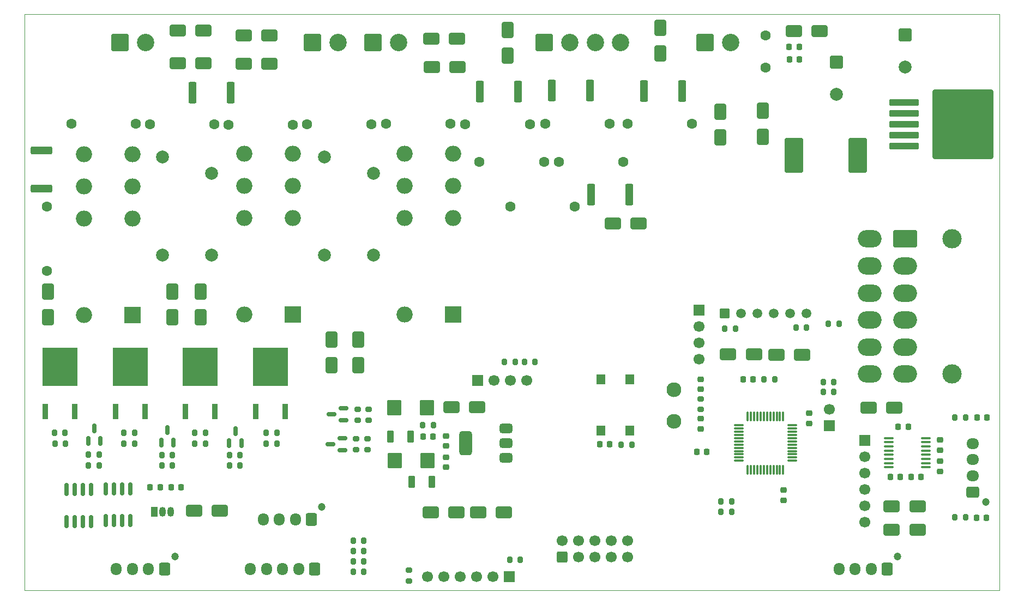
<source format=gbr>
%TF.GenerationSoftware,KiCad,Pcbnew,9.0.2*%
%TF.CreationDate,2025-10-22T08:39:05+07:00*%
%TF.ProjectId,MassageChair_HW_01_update,4d617373-6167-4654-9368-6169725f4857,rev?*%
%TF.SameCoordinates,Original*%
%TF.FileFunction,Soldermask,Top*%
%TF.FilePolarity,Negative*%
%FSLAX46Y46*%
G04 Gerber Fmt 4.6, Leading zero omitted, Abs format (unit mm)*
G04 Created by KiCad (PCBNEW 9.0.2) date 2025-10-22 08:39:05*
%MOMM*%
%LPD*%
G01*
G04 APERTURE LIST*
G04 Aperture macros list*
%AMRoundRect*
0 Rectangle with rounded corners*
0 $1 Rounding radius*
0 $2 $3 $4 $5 $6 $7 $8 $9 X,Y pos of 4 corners*
0 Add a 4 corners polygon primitive as box body*
4,1,4,$2,$3,$4,$5,$6,$7,$8,$9,$2,$3,0*
0 Add four circle primitives for the rounded corners*
1,1,$1+$1,$2,$3*
1,1,$1+$1,$4,$5*
1,1,$1+$1,$6,$7*
1,1,$1+$1,$8,$9*
0 Add four rect primitives between the rounded corners*
20,1,$1+$1,$2,$3,$4,$5,0*
20,1,$1+$1,$4,$5,$6,$7,0*
20,1,$1+$1,$6,$7,$8,$9,0*
20,1,$1+$1,$8,$9,$2,$3,0*%
G04 Aperture macros list end*
%ADD10R,2.500000X2.500000*%
%ADD11O,2.500000X2.500000*%
%ADD12RoundRect,0.200000X0.200000X0.275000X-0.200000X0.275000X-0.200000X-0.275000X0.200000X-0.275000X0*%
%ADD13C,1.600000*%
%ADD14R,0.939800X2.489200*%
%ADD15R,5.511800X5.918200*%
%ADD16RoundRect,0.250000X1.000000X0.650000X-1.000000X0.650000X-1.000000X-0.650000X1.000000X-0.650000X0*%
%ADD17RoundRect,0.225000X-0.225000X-0.250000X0.225000X-0.250000X0.225000X0.250000X-0.225000X0.250000X0*%
%ADD18RoundRect,0.250000X1.425000X-0.362500X1.425000X0.362500X-1.425000X0.362500X-1.425000X-0.362500X0*%
%ADD19RoundRect,0.250001X-1.099999X-1.099999X1.099999X-1.099999X1.099999X1.099999X-1.099999X1.099999X0*%
%ADD20C,2.700000*%
%ADD21RoundRect,0.200000X-0.200000X-0.275000X0.200000X-0.275000X0.200000X0.275000X-0.200000X0.275000X0*%
%ADD22R,1.700000X1.700000*%
%ADD23C,1.700000*%
%ADD24RoundRect,0.250000X0.650000X-1.000000X0.650000X1.000000X-0.650000X1.000000X-0.650000X-1.000000X0*%
%ADD25RoundRect,0.225000X0.250000X-0.225000X0.250000X0.225000X-0.250000X0.225000X-0.250000X-0.225000X0*%
%ADD26RoundRect,0.250000X-1.000000X-0.650000X1.000000X-0.650000X1.000000X0.650000X-1.000000X0.650000X0*%
%ADD27RoundRect,0.250000X-0.650000X1.000000X-0.650000X-1.000000X0.650000X-1.000000X0.650000X1.000000X0*%
%ADD28RoundRect,0.250000X0.362500X1.425000X-0.362500X1.425000X-0.362500X-1.425000X0.362500X-1.425000X0*%
%ADD29RoundRect,0.150000X0.587500X0.150000X-0.587500X0.150000X-0.587500X-0.150000X0.587500X-0.150000X0*%
%ADD30RoundRect,0.250000X-0.362500X-1.425000X0.362500X-1.425000X0.362500X1.425000X-0.362500X1.425000X0*%
%ADD31C,2.006600*%
%ADD32RoundRect,0.250000X-0.750000X0.750000X-0.750000X-0.750000X0.750000X-0.750000X0.750000X0.750000X0*%
%ADD33C,2.000000*%
%ADD34RoundRect,0.225000X-0.250000X0.225000X-0.250000X-0.225000X0.250000X-0.225000X0.250000X0.225000X0*%
%ADD35C,1.200000*%
%ADD36RoundRect,0.250000X0.600000X0.725000X-0.600000X0.725000X-0.600000X-0.725000X0.600000X-0.725000X0*%
%ADD37O,1.700000X1.950000*%
%ADD38RoundRect,0.218750X0.218750X0.256250X-0.218750X0.256250X-0.218750X-0.256250X0.218750X-0.256250X0*%
%ADD39RoundRect,0.200000X-0.275000X0.200000X-0.275000X-0.200000X0.275000X-0.200000X0.275000X0.200000X0*%
%ADD40RoundRect,0.150000X0.150000X-0.825000X0.150000X0.825000X-0.150000X0.825000X-0.150000X-0.825000X0*%
%ADD41RoundRect,0.150000X0.150000X-0.587500X0.150000X0.587500X-0.150000X0.587500X-0.150000X-0.587500X0*%
%ADD42RoundRect,0.225000X0.225000X0.250000X-0.225000X0.250000X-0.225000X-0.250000X0.225000X-0.250000X0*%
%ADD43C,3.000000*%
%ADD44RoundRect,0.250001X-1.599999X1.099999X-1.599999X-1.099999X1.599999X-1.099999X1.599999X1.099999X0*%
%ADD45O,3.700000X2.700000*%
%ADD46RoundRect,0.102000X0.654000X-0.654000X0.654000X0.654000X-0.654000X0.654000X-0.654000X-0.654000X0*%
%ADD47C,1.512000*%
%ADD48RoundRect,0.218750X-0.218750X-0.256250X0.218750X-0.256250X0.218750X0.256250X-0.218750X0.256250X0*%
%ADD49RoundRect,0.250001X0.872499X0.944999X-0.872499X0.944999X-0.872499X-0.944999X0.872499X-0.944999X0*%
%ADD50RoundRect,0.200000X0.275000X-0.200000X0.275000X0.200000X-0.275000X0.200000X-0.275000X-0.200000X0*%
%ADD51R,1.400000X1.600000*%
%ADD52RoundRect,0.075000X-0.662500X-0.075000X0.662500X-0.075000X0.662500X0.075000X-0.662500X0.075000X0*%
%ADD53RoundRect,0.075000X-0.075000X-0.662500X0.075000X-0.662500X0.075000X0.662500X-0.075000X0.662500X0*%
%ADD54RoundRect,0.250000X0.725000X-0.600000X0.725000X0.600000X-0.725000X0.600000X-0.725000X-0.600000X0*%
%ADD55O,1.950000X1.700000*%
%ADD56C,2.300000*%
%ADD57RoundRect,0.250000X-1.200000X-2.450000X1.200000X-2.450000X1.200000X2.450000X-1.200000X2.450000X0*%
%ADD58RoundRect,0.250000X-2.050000X-0.300000X2.050000X-0.300000X2.050000X0.300000X-2.050000X0.300000X0*%
%ADD59RoundRect,0.250002X-4.449998X-5.149998X4.449998X-5.149998X4.449998X5.149998X-4.449998X5.149998X0*%
%ADD60RoundRect,0.100000X0.637500X0.100000X-0.637500X0.100000X-0.637500X-0.100000X0.637500X-0.100000X0*%
%ADD61R,1.050000X1.500000*%
%ADD62O,1.050000X1.500000*%
%ADD63RoundRect,0.250000X0.600000X-0.600000X0.600000X0.600000X-0.600000X0.600000X-0.600000X-0.600000X0*%
%ADD64RoundRect,0.250000X-0.275000X-0.700000X0.275000X-0.700000X0.275000X0.700000X-0.275000X0.700000X0*%
%ADD65RoundRect,0.375000X0.625000X0.375000X-0.625000X0.375000X-0.625000X-0.375000X0.625000X-0.375000X0*%
%ADD66RoundRect,0.500000X0.500000X1.400000X-0.500000X1.400000X-0.500000X-1.400000X0.500000X-1.400000X0*%
%TA.AperFunction,Profile*%
%ADD67C,0.050000*%
%TD*%
G04 APERTURE END LIST*
D10*
%TO.C,RL3*%
X142387500Y-101737500D03*
D11*
X142387500Y-86737500D03*
X142387500Y-81737500D03*
X142387500Y-76737500D03*
X134887500Y-76737500D03*
X134887500Y-81737500D03*
X134887500Y-86737500D03*
X134887500Y-101737500D03*
%TD*%
D12*
%TO.C,R33*%
X115025000Y-120100000D03*
X113375000Y-120100000D03*
%TD*%
D13*
%TO.C,C11*%
X79300000Y-84950000D03*
X79300000Y-94950000D03*
%TD*%
D14*
%TO.C,Q9*%
X111728000Y-116806900D03*
X116300000Y-116806900D03*
D15*
X114014000Y-109885400D03*
%TD*%
D13*
%TO.C,C14*%
X107500000Y-72300000D03*
X117500000Y-72300000D03*
%TD*%
%TO.C,C16*%
X156500000Y-78000000D03*
X146500000Y-78000000D03*
%TD*%
D16*
%TO.C,D6*%
X146100000Y-116100000D03*
X142100000Y-116100000D03*
%TD*%
D17*
%TO.C,C26*%
X187425000Y-111800000D03*
X188975000Y-111800000D03*
%TD*%
D18*
%TO.C,R12*%
X78450000Y-82212500D03*
X78450000Y-76287500D03*
%TD*%
D16*
%TO.C,D27*%
X142900000Y-132500000D03*
X138900000Y-132500000D03*
%TD*%
D19*
%TO.C,J3*%
X120542500Y-59450000D03*
D20*
X124502500Y-59450000D03*
%TD*%
D21*
%TO.C,R1*%
X126875000Y-141700000D03*
X128525000Y-141700000D03*
%TD*%
D22*
%TO.C,J13*%
X180600000Y-101020000D03*
D23*
X180600000Y-103560000D03*
X180600000Y-106100000D03*
X180600000Y-108640000D03*
%TD*%
D24*
%TO.C,D8*%
X79500000Y-102200000D03*
X79500000Y-98200000D03*
%TD*%
D25*
%TO.C,C32*%
X217987500Y-122800000D03*
X217987500Y-121250000D03*
%TD*%
D14*
%TO.C,Q8*%
X100840000Y-116806900D03*
X105412000Y-116806900D03*
D15*
X103126000Y-109885400D03*
%TD*%
D26*
%TO.C,D13*%
X139000000Y-58900000D03*
X143000000Y-58900000D03*
%TD*%
D27*
%TO.C,D26*%
X150900000Y-57500000D03*
X150900000Y-61500000D03*
%TD*%
D26*
%TO.C,D7*%
X109900000Y-58400000D03*
X113900000Y-58400000D03*
%TD*%
D16*
%TO.C,D22*%
X214500000Y-131500000D03*
X210500000Y-131500000D03*
%TD*%
D28*
%TO.C,R17*%
X163662500Y-66900000D03*
X157737500Y-66900000D03*
%TD*%
D21*
%TO.C,R6*%
X199850000Y-112200000D03*
X201500000Y-112200000D03*
%TD*%
D13*
%TO.C,C19*%
X156700000Y-72100000D03*
X166700000Y-72100000D03*
%TD*%
D10*
%TO.C,RL1*%
X92586250Y-101836250D03*
D11*
X92586250Y-86836250D03*
X92586250Y-81836250D03*
X92586250Y-76836250D03*
X85086250Y-76836250D03*
X85086250Y-81836250D03*
X85086250Y-86836250D03*
X85086250Y-101836250D03*
%TD*%
D29*
%TO.C,Q6*%
X125237500Y-122850000D03*
X125237500Y-120950000D03*
X123362500Y-121900000D03*
%TD*%
D12*
%TO.C,R39*%
X155125000Y-109100000D03*
X153475000Y-109100000D03*
%TD*%
D26*
%TO.C,D9*%
X99600000Y-62700000D03*
X103600000Y-62700000D03*
%TD*%
D30*
%TO.C,R15*%
X101937500Y-67300000D03*
X107862500Y-67300000D03*
%TD*%
D19*
%TO.C,J2*%
X129940000Y-59500000D03*
D20*
X133900000Y-59500000D03*
%TD*%
D31*
%TO.C,U3*%
X104910000Y-92500000D03*
X104910000Y-79800000D03*
X97290000Y-77260000D03*
X97290000Y-92500000D03*
%TD*%
D25*
%TO.C,C30*%
X180800000Y-119500000D03*
X180800000Y-117950000D03*
%TD*%
D32*
%TO.C,C3*%
X201900000Y-62532323D03*
D33*
X201900000Y-67532323D03*
%TD*%
D34*
%TO.C,C7*%
X141300000Y-123925000D03*
X141300000Y-125475000D03*
%TD*%
D35*
%TO.C,J9*%
X211400000Y-139300000D03*
D36*
X209800000Y-141300000D03*
D37*
X207300000Y-141300000D03*
X204800000Y-141300000D03*
X202300000Y-141300000D03*
%TD*%
D38*
%TO.C,D20*%
X225312500Y-117740000D03*
X223737500Y-117740000D03*
%TD*%
D36*
%TO.C,J11*%
X120900000Y-141300000D03*
D37*
X118400000Y-141300000D03*
X115900000Y-141300000D03*
X113400000Y-141300000D03*
X110900000Y-141300000D03*
%TD*%
D39*
%TO.C,R27*%
X127287500Y-121075000D03*
X127287500Y-122725000D03*
%TD*%
D40*
%TO.C,U7*%
X88495000Y-133775000D03*
X89765000Y-133775000D03*
X91035000Y-133775000D03*
X92305000Y-133775000D03*
X92305000Y-128825000D03*
X91035000Y-128825000D03*
X89765000Y-128825000D03*
X88495000Y-128825000D03*
%TD*%
D12*
%TO.C,R38*%
X221950000Y-133260000D03*
X220300000Y-133260000D03*
%TD*%
D41*
%TO.C,Q1*%
X85750000Y-121337500D03*
X87650000Y-121337500D03*
X86700000Y-119462500D03*
%TD*%
D16*
%TO.C,D15*%
X150300000Y-132500000D03*
X146300000Y-132500000D03*
%TD*%
D26*
%TO.C,D17*%
X99600000Y-57600000D03*
X103600000Y-57600000D03*
%TD*%
D42*
%TO.C,C35*%
X211862500Y-127000000D03*
X210312500Y-127000000D03*
%TD*%
D24*
%TO.C,D4*%
X190500000Y-74100000D03*
X190500000Y-70100000D03*
%TD*%
D25*
%TO.C,C31*%
X217987500Y-126100000D03*
X217987500Y-124550000D03*
%TD*%
D43*
%TO.C,J12*%
X219900000Y-90000000D03*
X219900000Y-111000000D03*
D44*
X212600000Y-90000000D03*
D45*
X212600000Y-94200000D03*
X212600000Y-98400000D03*
X212600000Y-102600000D03*
X212600000Y-106800000D03*
X212600000Y-111000000D03*
X207100000Y-90000000D03*
X207100000Y-94200000D03*
X207100000Y-98400000D03*
X207100000Y-102600000D03*
X207100000Y-106800000D03*
X207100000Y-111000000D03*
%TD*%
D46*
%TO.C,U9*%
X184580000Y-101600000D03*
D47*
X189660000Y-101600000D03*
X194740000Y-101600000D03*
X197280000Y-101600000D03*
X192200000Y-101600000D03*
X187120000Y-101600000D03*
%TD*%
D21*
%TO.C,R28*%
X91275000Y-121800000D03*
X92925000Y-121800000D03*
%TD*%
D12*
%TO.C,R7*%
X202325000Y-103200000D03*
X200675000Y-103200000D03*
%TD*%
D13*
%TO.C,C22*%
X161300000Y-85000000D03*
X151300000Y-85000000D03*
%TD*%
%TO.C,C21*%
X132000000Y-72100000D03*
X142000000Y-72100000D03*
%TD*%
D21*
%TO.C,R32*%
X113375000Y-121800000D03*
X115025000Y-121800000D03*
%TD*%
D19*
%TO.C,J1*%
X181542500Y-59450000D03*
D20*
X185502500Y-59450000D03*
%TD*%
D42*
%TO.C,C25*%
X181775000Y-123100000D03*
X180225000Y-123100000D03*
%TD*%
D48*
%TO.C,D5*%
X137712500Y-120700000D03*
X139287500Y-120700000D03*
%TD*%
D31*
%TO.C,U5*%
X130020000Y-92500000D03*
X130020000Y-79800000D03*
X122400000Y-77260000D03*
X122400000Y-92500000D03*
%TD*%
D21*
%TO.C,R20*%
X107675000Y-125200000D03*
X109325000Y-125200000D03*
%TD*%
D24*
%TO.C,D18*%
X127700000Y-109600000D03*
X127700000Y-105600000D03*
%TD*%
D16*
%TO.C,D29*%
X171200000Y-87600000D03*
X167200000Y-87600000D03*
%TD*%
D42*
%TO.C,C5*%
X196175000Y-62100000D03*
X194625000Y-62100000D03*
%TD*%
D10*
%TO.C,RL2*%
X117487500Y-101737500D03*
D11*
X117487500Y-86737500D03*
X117487500Y-81737500D03*
X117487500Y-76737500D03*
X109987500Y-76737500D03*
X109987500Y-81737500D03*
X109987500Y-86737500D03*
X109987500Y-101737500D03*
%TD*%
D12*
%TO.C,R31*%
X103925000Y-120100000D03*
X102275000Y-120100000D03*
%TD*%
D19*
%TO.C,J4*%
X90642500Y-59450000D03*
D20*
X94602500Y-59450000D03*
%TD*%
D21*
%TO.C,R3*%
X126875000Y-138500000D03*
X128525000Y-138500000D03*
%TD*%
D28*
%TO.C,R16*%
X152462500Y-67100000D03*
X146537500Y-67100000D03*
%TD*%
D35*
%TO.C,J8*%
X99200000Y-139300000D03*
D36*
X97600000Y-141300000D03*
D37*
X95100000Y-141300000D03*
X92600000Y-141300000D03*
X90100000Y-141300000D03*
%TD*%
D49*
%TO.C,C8*%
X138357500Y-116200000D03*
X133242500Y-116200000D03*
%TD*%
D12*
%TO.C,R9*%
X152825000Y-139800000D03*
X151175000Y-139800000D03*
%TD*%
D29*
%TO.C,Q5*%
X125350000Y-118200000D03*
X125350000Y-116300000D03*
X123475000Y-117250000D03*
%TD*%
D26*
%TO.C,D11*%
X109900000Y-62800000D03*
X113900000Y-62800000D03*
%TD*%
D12*
%TO.C,R42*%
X186225000Y-103900000D03*
X184575000Y-103900000D03*
%TD*%
D14*
%TO.C,Q7*%
X89952000Y-116806900D03*
X94524000Y-116806900D03*
D15*
X92238000Y-109885400D03*
%TD*%
D42*
%TO.C,C34*%
X213075000Y-119200000D03*
X211525000Y-119200000D03*
%TD*%
D16*
%TO.C,D24*%
X189100000Y-107900000D03*
X185100000Y-107900000D03*
%TD*%
D14*
%TO.C,Q2*%
X79064000Y-116806900D03*
X83636000Y-116806900D03*
D15*
X81350000Y-109885400D03*
%TD*%
D50*
%TO.C,R26*%
X129087500Y-122725000D03*
X129087500Y-121075000D03*
%TD*%
D38*
%TO.C,D21*%
X225212500Y-133300000D03*
X223637500Y-133300000D03*
%TD*%
D13*
%TO.C,C20*%
X179500000Y-72100000D03*
X169500000Y-72100000D03*
%TD*%
D41*
%TO.C,Q3*%
X107637500Y-121737500D03*
X109537500Y-121737500D03*
X108587500Y-119862500D03*
%TD*%
D50*
%TO.C,R24*%
X129300000Y-118125000D03*
X129300000Y-116475000D03*
%TD*%
D21*
%TO.C,R30*%
X102275000Y-121800000D03*
X103925000Y-121800000D03*
%TD*%
D26*
%TO.C,D10*%
X102170000Y-132250000D03*
X106170000Y-132250000D03*
%TD*%
D13*
%TO.C,C1*%
X190900000Y-58350000D03*
X190900000Y-63350000D03*
%TD*%
D51*
%TO.C,SW1*%
X169850001Y-111800000D03*
X169850001Y-119799999D03*
X165349999Y-111800000D03*
X165349999Y-119799999D03*
%TD*%
D21*
%TO.C,R5*%
X199850000Y-113800000D03*
X201500000Y-113800000D03*
%TD*%
D42*
%TO.C,C13*%
X100175000Y-128600000D03*
X98625000Y-128600000D03*
%TD*%
D21*
%TO.C,R11*%
X80550000Y-121800000D03*
X82200000Y-121800000D03*
%TD*%
D26*
%TO.C,D12*%
X139100000Y-63300000D03*
X143100000Y-63300000D03*
%TD*%
D52*
%TO.C,U8*%
X186737500Y-118950000D03*
X186737500Y-119450000D03*
X186737500Y-119950000D03*
X186737500Y-120450000D03*
X186737500Y-120950000D03*
X186737500Y-121450000D03*
X186737500Y-121950000D03*
X186737500Y-122450000D03*
X186737500Y-122950000D03*
X186737500Y-123450000D03*
X186737500Y-123950000D03*
X186737500Y-124450000D03*
D53*
X188150000Y-125862500D03*
X188650000Y-125862500D03*
X189150000Y-125862500D03*
X189650000Y-125862500D03*
X190150000Y-125862500D03*
X190650000Y-125862500D03*
X191150000Y-125862500D03*
X191650000Y-125862500D03*
X192150000Y-125862500D03*
X192650000Y-125862500D03*
X193150000Y-125862500D03*
X193650000Y-125862500D03*
D52*
X195062500Y-124450000D03*
X195062500Y-123950000D03*
X195062500Y-123450000D03*
X195062500Y-122950000D03*
X195062500Y-122450000D03*
X195062500Y-121950000D03*
X195062500Y-121450000D03*
X195062500Y-120950000D03*
X195062500Y-120450000D03*
X195062500Y-119950000D03*
X195062500Y-119450000D03*
X195062500Y-118950000D03*
D53*
X193650000Y-117537500D03*
X193150000Y-117537500D03*
X192650000Y-117537500D03*
X192150000Y-117537500D03*
X191650000Y-117537500D03*
X191150000Y-117537500D03*
X190650000Y-117537500D03*
X190150000Y-117537500D03*
X189650000Y-117537500D03*
X189150000Y-117537500D03*
X188650000Y-117537500D03*
X188150000Y-117537500D03*
%TD*%
D22*
%TO.C,J6*%
X200800000Y-118975000D03*
D23*
X200800000Y-116435000D03*
%TD*%
D28*
%TO.C,R18*%
X177962500Y-67000000D03*
X172037500Y-67000000D03*
%TD*%
D19*
%TO.C,J5*%
X156540000Y-59450000D03*
D20*
X160500000Y-59450000D03*
X164460000Y-59450000D03*
X168420000Y-59450000D03*
%TD*%
D12*
%TO.C,R23*%
X98825000Y-123600000D03*
X97175000Y-123600000D03*
%TD*%
D35*
%TO.C,J10*%
X225100000Y-130900000D03*
D54*
X223100000Y-129300000D03*
D55*
X223100000Y-126800000D03*
X223100000Y-124300000D03*
X223100000Y-121800000D03*
%TD*%
D41*
%TO.C,Q4*%
X97100000Y-121600000D03*
X99000000Y-121600000D03*
X98050000Y-119725000D03*
%TD*%
D16*
%TO.C,D23*%
X196600000Y-108000000D03*
X192600000Y-108000000D03*
%TD*%
D56*
%TO.C,Y1*%
X176700000Y-113400000D03*
X176700000Y-118300000D03*
%TD*%
D34*
%TO.C,C24*%
X193700000Y-129025000D03*
X193700000Y-130575000D03*
%TD*%
D57*
%TO.C,L1*%
X195350000Y-77000000D03*
X205250000Y-77000000D03*
%TD*%
D30*
%TO.C,R19*%
X163837500Y-83100000D03*
X169762500Y-83100000D03*
%TD*%
D25*
%TO.C,C27*%
X197700000Y-118650000D03*
X197700000Y-117100000D03*
%TD*%
D58*
%TO.C,U1*%
X212425000Y-68800000D03*
X212425000Y-70500000D03*
X212425000Y-72200000D03*
D59*
X221575000Y-72200000D03*
D58*
X212425000Y-73900000D03*
X212425000Y-75600000D03*
%TD*%
D22*
%TO.C,J14*%
X206300000Y-121280000D03*
D23*
X206300000Y-123820000D03*
X206300000Y-126360000D03*
X206300000Y-128900000D03*
X206300000Y-131440000D03*
X206300000Y-133980000D03*
%TD*%
D13*
%TO.C,C23*%
X154300000Y-72200000D03*
X144300000Y-72200000D03*
%TD*%
D21*
%TO.C,R2*%
X126875000Y-140100000D03*
X128525000Y-140100000D03*
%TD*%
D22*
%TO.C,J16*%
X146190000Y-112000000D03*
D23*
X148730000Y-112000000D03*
X151270000Y-112000000D03*
X153810000Y-112000000D03*
%TD*%
D12*
%TO.C,R10*%
X82125000Y-120100000D03*
X80475000Y-120100000D03*
%TD*%
D60*
%TO.C,U10*%
X215762500Y-125475000D03*
X215762500Y-124825000D03*
X215762500Y-124175000D03*
X215762500Y-123525000D03*
X215762500Y-122875000D03*
X215762500Y-122225000D03*
X215762500Y-121575000D03*
X215762500Y-120925000D03*
X210037500Y-120925000D03*
X210037500Y-121575000D03*
X210037500Y-122225000D03*
X210037500Y-122875000D03*
X210037500Y-123525000D03*
X210037500Y-124175000D03*
X210037500Y-124825000D03*
X210037500Y-125475000D03*
%TD*%
D61*
%TO.C,U4*%
X96030000Y-132400000D03*
D62*
X97300000Y-132400000D03*
X98570000Y-132400000D03*
%TD*%
D63*
%TO.C,J15*%
X159320000Y-139440000D03*
D23*
X159320000Y-136900000D03*
X161860000Y-139440000D03*
X161860000Y-136900000D03*
X164400000Y-139440000D03*
X164400000Y-136900000D03*
X166940000Y-139440000D03*
X166940000Y-136900000D03*
X169480000Y-139440000D03*
X169480000Y-136900000D03*
%TD*%
D21*
%TO.C,R4*%
X126875000Y-136900000D03*
X128525000Y-136900000D03*
%TD*%
D12*
%TO.C,R41*%
X197300000Y-103800000D03*
X195650000Y-103800000D03*
%TD*%
D42*
%TO.C,C33*%
X215062500Y-127000000D03*
X213512500Y-127000000D03*
%TD*%
D24*
%TO.C,D14*%
X103200000Y-102200000D03*
X103200000Y-98200000D03*
%TD*%
D13*
%TO.C,C10*%
X83100000Y-72100000D03*
X93100000Y-72100000D03*
%TD*%
D24*
%TO.C,D2*%
X183900000Y-74200000D03*
X183900000Y-70200000D03*
%TD*%
D12*
%TO.C,R8*%
X139325000Y-118900000D03*
X137675000Y-118900000D03*
%TD*%
D21*
%TO.C,R22*%
X97175000Y-125200000D03*
X98825000Y-125200000D03*
%TD*%
D49*
%TO.C,C6*%
X138457500Y-124400000D03*
X133342500Y-124400000D03*
%TD*%
D26*
%TO.C,D1*%
X206900000Y-116200000D03*
X210900000Y-116200000D03*
%TD*%
D13*
%TO.C,C12*%
X105300000Y-72200000D03*
X95300000Y-72200000D03*
%TD*%
D12*
%TO.C,R44*%
X185625000Y-132400000D03*
X183975000Y-132400000D03*
%TD*%
D50*
%TO.C,R43*%
X135500000Y-143125000D03*
X135500000Y-141475000D03*
%TD*%
D42*
%TO.C,C28*%
X166700000Y-121900000D03*
X165150000Y-121900000D03*
%TD*%
D12*
%TO.C,R45*%
X185625000Y-130800000D03*
X183975000Y-130800000D03*
%TD*%
D64*
%TO.C,L2*%
X135925000Y-127700000D03*
X139075000Y-127700000D03*
%TD*%
D17*
%TO.C,C15*%
X95350000Y-128600000D03*
X96900000Y-128600000D03*
%TD*%
D32*
%TO.C,C2*%
X212600000Y-58282323D03*
D33*
X212600000Y-63282323D03*
%TD*%
D12*
%TO.C,R34*%
X221950000Y-117700000D03*
X220300000Y-117700000D03*
%TD*%
D65*
%TO.C,U2*%
X150650000Y-124000000D03*
X150650000Y-121700000D03*
D66*
X144350000Y-121700000D03*
D65*
X150650000Y-119400000D03*
%TD*%
D13*
%TO.C,C18*%
X168800000Y-78000000D03*
X158800000Y-78000000D03*
%TD*%
D21*
%TO.C,R13*%
X85775000Y-125200000D03*
X87425000Y-125200000D03*
%TD*%
D12*
%TO.C,R21*%
X109325000Y-123600000D03*
X107675000Y-123600000D03*
%TD*%
D34*
%TO.C,C29*%
X180800000Y-111775000D03*
X180800000Y-113325000D03*
%TD*%
D16*
%TO.C,D3*%
X199300000Y-57700000D03*
X195300000Y-57700000D03*
%TD*%
D12*
%TO.C,R14*%
X87425000Y-123500000D03*
X85775000Y-123500000D03*
%TD*%
D27*
%TO.C,D28*%
X174600000Y-57200000D03*
X174600000Y-61200000D03*
%TD*%
D39*
%TO.C,R37*%
X180800000Y-114825000D03*
X180800000Y-116475000D03*
%TD*%
D13*
%TO.C,C17*%
X119700000Y-72200000D03*
X129700000Y-72200000D03*
%TD*%
D42*
%TO.C,C4*%
X196125000Y-60200000D03*
X194575000Y-60200000D03*
%TD*%
D12*
%TO.C,R36*%
X192325000Y-111800000D03*
X190675000Y-111800000D03*
%TD*%
D21*
%TO.C,R35*%
X168475000Y-122000000D03*
X170125000Y-122000000D03*
%TD*%
D39*
%TO.C,R25*%
X127600000Y-116475000D03*
X127600000Y-118125000D03*
%TD*%
D22*
%TO.C,J17*%
X151080000Y-142500000D03*
D23*
X148540000Y-142500000D03*
X146000000Y-142500000D03*
X143460000Y-142500000D03*
X140920000Y-142500000D03*
X138380000Y-142500000D03*
%TD*%
D21*
%TO.C,R40*%
X150375000Y-109100000D03*
X152025000Y-109100000D03*
%TD*%
D12*
%TO.C,R29*%
X92925000Y-120100000D03*
X91275000Y-120100000D03*
%TD*%
D64*
%TO.C,L3*%
X132625000Y-120700000D03*
X135775000Y-120700000D03*
%TD*%
D24*
%TO.C,D16*%
X98800000Y-102200000D03*
X98800000Y-98200000D03*
%TD*%
D16*
%TO.C,D25*%
X214500000Y-135200000D03*
X210500000Y-135200000D03*
%TD*%
D25*
%TO.C,C9*%
X141300000Y-122175000D03*
X141300000Y-120625000D03*
%TD*%
D24*
%TO.C,D19*%
X123500000Y-109600000D03*
X123500000Y-105600000D03*
%TD*%
D35*
%TO.C,J7*%
X122000000Y-131600000D03*
D36*
X120400000Y-133600000D03*
D37*
X117900000Y-133600000D03*
X115400000Y-133600000D03*
X112900000Y-133600000D03*
%TD*%
D40*
%TO.C,U6*%
X82395000Y-133875000D03*
X83665000Y-133875000D03*
X84935000Y-133875000D03*
X86205000Y-133875000D03*
X86205000Y-128925000D03*
X84935000Y-128925000D03*
X83665000Y-128925000D03*
X82395000Y-128925000D03*
%TD*%
D67*
X75850000Y-55100000D02*
X227250000Y-55100000D01*
X227250000Y-144600000D01*
X75850000Y-144600000D01*
X75850000Y-55100000D01*
M02*

</source>
